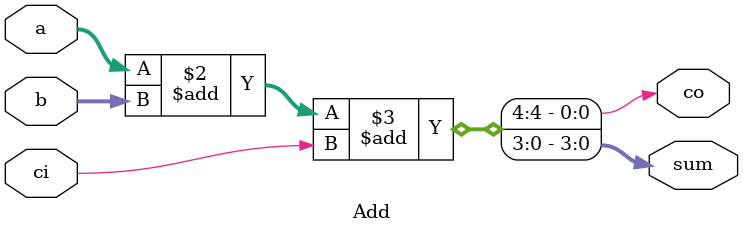
<source format=v>
module Add(a,b,co,ci,sum);
output[3:0] sum;
input[3:0] a,b;
output co;
input ci;

reg co;
reg[3:0] sum;
always@(*)
begin
  {co,sum} = a+b+ci;
end

endmodule
</source>
